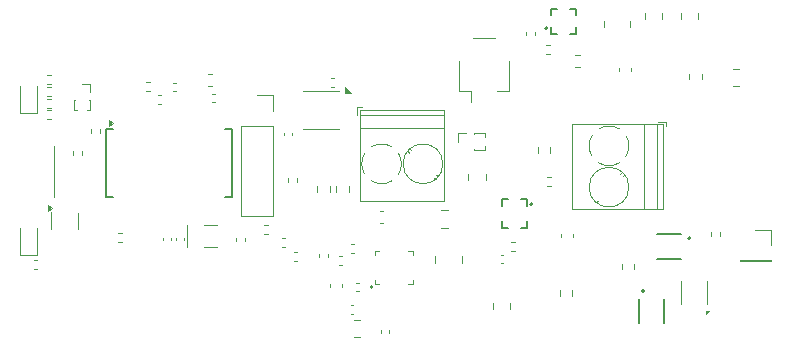
<source format=gbo>
%TF.GenerationSoftware,KiCad,Pcbnew,8.0.6*%
%TF.CreationDate,2024-11-01T15:47:02+09:00*%
%TF.ProjectId,powerups,706f7765-7275-4707-932e-6b696361645f,0.9.2*%
%TF.SameCoordinates,Original*%
%TF.FileFunction,Legend,Bot*%
%TF.FilePolarity,Positive*%
%FSLAX46Y46*%
G04 Gerber Fmt 4.6, Leading zero omitted, Abs format (unit mm)*
G04 Created by KiCad (PCBNEW 8.0.6) date 2024-11-01 15:47:02*
%MOMM*%
%LPD*%
G01*
G04 APERTURE LIST*
%ADD10C,0.120000*%
%ADD11C,0.127000*%
%ADD12C,0.200000*%
%ADD13C,0.150000*%
%ADD14C,0.100000*%
%ADD15C,0.179515*%
G04 APERTURE END LIST*
D10*
%TO.C,CONN5*%
X115050000Y-93570000D02*
X117710000Y-93570000D01*
X115050000Y-101250000D02*
X115050000Y-93570000D01*
X115050000Y-101250000D02*
X117710000Y-101250000D01*
X116380000Y-90970000D02*
X117710000Y-90970000D01*
X117710000Y-90970000D02*
X117710000Y-92300000D01*
X117710000Y-101250000D02*
X117710000Y-93570000D01*
%TO.C,U5*%
X152292500Y-106707500D02*
X152292500Y-108707500D01*
X154512500Y-106707500D02*
X154512500Y-108707500D01*
X154412500Y-109547500D02*
X154412500Y-109267500D01*
X154692500Y-109267500D01*
X154412500Y-109547500D01*
G36*
X154412500Y-109547500D02*
G01*
X154412500Y-109267500D01*
X154692500Y-109267500D01*
X154412500Y-109547500D01*
G37*
%TO.C,CONN1*%
X124890000Y-92000000D02*
X124890000Y-92640000D01*
X125130000Y-92240000D02*
X125130000Y-99960000D01*
X125290000Y-92000000D02*
X124890000Y-92000000D01*
X129166000Y-95731000D02*
X129295000Y-95859000D01*
X129371000Y-95526000D02*
X129465000Y-95619000D01*
X131416000Y-97981000D02*
X131510000Y-98075000D01*
X131586000Y-97741000D02*
X131715000Y-97869000D01*
X132250000Y-92240000D02*
X125130000Y-92240000D01*
X132250000Y-92240000D02*
X132250000Y-99960000D01*
X132250000Y-92700000D02*
X125130000Y-92700000D01*
X132250000Y-93800000D02*
X125130000Y-93800000D01*
X132250000Y-99960000D02*
X125130000Y-99960000D01*
X125500000Y-97666000D02*
G75*
G02*
X125514642Y-95910106I1439998J866000D01*
G01*
X126074000Y-95360000D02*
G75*
G02*
X126968674Y-95119901I866003J-1440014D01*
G01*
X126940000Y-95120000D02*
G75*
G02*
X127830264Y-95375279I3J-1679990D01*
G01*
X127806000Y-98240000D02*
G75*
G02*
X126050106Y-98225358I-866000J1439998D01*
G01*
X128365000Y-95909000D02*
G75*
G02*
X128365504Y-97690193I-1425003J-891000D01*
G01*
X132120000Y-96800000D02*
G75*
G02*
X128760000Y-96800000I-1680000J0D01*
G01*
X128760000Y-96800000D02*
G75*
G02*
X132120000Y-96800000I1680000J0D01*
G01*
%TO.C,R27*%
X97803641Y-104920000D02*
X97496359Y-104920000D01*
X97803641Y-105680000D02*
X97496359Y-105680000D01*
%TO.C,C13*%
X124608748Y-109995000D02*
X125131252Y-109995000D01*
X124608748Y-111465000D02*
X125131252Y-111465000D01*
%TO.C,R19*%
X106996359Y-89890000D02*
X107303641Y-89890000D01*
X106996359Y-90650000D02*
X107303641Y-90650000D01*
%TO.C,BTN1*%
X99165000Y-98780000D02*
X99165000Y-99580000D01*
X99165000Y-98780000D02*
X99205000Y-98780000D01*
X99205000Y-95280000D02*
X99205000Y-98780000D01*
D11*
%TO.C,U1*%
X137155000Y-100397500D02*
X137155000Y-99775000D01*
X137155000Y-101642500D02*
X137155000Y-102265000D01*
X137677500Y-99775000D02*
X137155000Y-99775000D01*
X137677500Y-102265000D02*
X137155000Y-102265000D01*
X138722500Y-99775000D02*
X139245000Y-99775000D01*
X138722500Y-102265000D02*
X139245000Y-102265000D01*
X139245000Y-100397500D02*
X139245000Y-99775000D01*
X139245000Y-101642500D02*
X139245000Y-102265000D01*
D12*
X139719000Y-100220000D02*
G75*
G02*
X139519000Y-100220000I-100000J0D01*
G01*
X139519000Y-100220000D02*
G75*
G02*
X139719000Y-100220000I100000J0D01*
G01*
D10*
%TO.C,C2*%
X134295000Y-97638748D02*
X134295000Y-98161252D01*
X135765000Y-97638748D02*
X135765000Y-98161252D01*
%TO.C,U7*%
X120325000Y-90620000D02*
X123325000Y-90620000D01*
X120325000Y-93840000D02*
X123325000Y-93840000D01*
X124355000Y-90760000D02*
X123875000Y-90760000D01*
X123875000Y-90280000D01*
X124355000Y-90760000D01*
G36*
X124355000Y-90760000D02*
G01*
X123875000Y-90760000D01*
X123875000Y-90280000D01*
X124355000Y-90760000D01*
G37*
%TO.C,C5*%
X109490000Y-103287836D02*
X109490000Y-103072164D01*
X110210000Y-103287836D02*
X110210000Y-103072164D01*
D11*
%TO.C,Q3*%
X148740000Y-110270000D02*
X148740000Y-108270000D01*
X150890000Y-110270000D02*
X150890000Y-108270000D01*
D12*
X149201803Y-107570000D02*
G75*
G02*
X148978197Y-107570000I-111803J0D01*
G01*
X148978197Y-107570000D02*
G75*
G02*
X149201803Y-107570000I111803J0D01*
G01*
D10*
%TO.C,R4*%
X142027500Y-107957258D02*
X142027500Y-107482742D01*
X143072500Y-107957258D02*
X143072500Y-107482742D01*
%TO.C,R30*%
X119030000Y-98036359D02*
X119030000Y-98343641D01*
X119790000Y-98036359D02*
X119790000Y-98343641D01*
%TO.C,C17*%
X122560000Y-106944420D02*
X122560000Y-107225580D01*
X123580000Y-106944420D02*
X123580000Y-107225580D01*
%TO.C,R6*%
X137916359Y-103380000D02*
X138223641Y-103380000D01*
X137916359Y-104140000D02*
X138223641Y-104140000D01*
%TO.C,CONN7*%
X143030000Y-100585000D02*
X143030000Y-93465000D01*
X145009000Y-99751000D02*
X144915000Y-99845000D01*
X145249000Y-99921000D02*
X145121000Y-100050000D01*
X147259000Y-97501000D02*
X147131000Y-97630000D01*
X147464000Y-97706000D02*
X147371000Y-97800000D01*
X149190000Y-100585000D02*
X149190000Y-93465000D01*
X150290000Y-100585000D02*
X150290000Y-93465000D01*
X150750000Y-93465000D02*
X143030000Y-93465000D01*
X150750000Y-100585000D02*
X143030000Y-100585000D01*
X150750000Y-100585000D02*
X150750000Y-93465000D01*
X150990000Y-93225000D02*
X150350000Y-93225000D01*
X150990000Y-93625000D02*
X150990000Y-93225000D01*
X144750000Y-96141000D02*
G75*
G02*
X144764642Y-94385106I1439998J866000D01*
G01*
X145324000Y-93835000D02*
G75*
G02*
X147079894Y-93849642I866000J-1439998D01*
G01*
X147081000Y-96700000D02*
G75*
G02*
X145299807Y-96700504I-891000J1425003D01*
G01*
X147630000Y-94409000D02*
G75*
G02*
X147870099Y-95303674I-1440014J-866003D01*
G01*
X147870000Y-95275000D02*
G75*
G02*
X147614721Y-96165264I-1679990J-3D01*
G01*
X147870000Y-98775000D02*
G75*
G02*
X144510000Y-98775000I-1680000J0D01*
G01*
X144510000Y-98775000D02*
G75*
G02*
X147870000Y-98775000I1680000J0D01*
G01*
%TO.C,CONN2*%
X100885000Y-91405000D02*
X100971724Y-91405000D01*
X100885000Y-92280000D02*
X100885000Y-91405000D01*
X100885000Y-92280000D02*
X101185507Y-92280000D01*
X101580000Y-90035000D02*
X102275000Y-90035000D01*
X101974493Y-92280000D02*
X102275000Y-92280000D01*
X102188276Y-91405000D02*
X102275000Y-91405000D01*
X102275000Y-90035000D02*
X102275000Y-90720000D01*
X102275000Y-92280000D02*
X102275000Y-91405000D01*
%TO.C,C11*%
X142150000Y-102704420D02*
X142150000Y-102985580D01*
X143170000Y-102704420D02*
X143170000Y-102985580D01*
%TO.C,C21*%
X112545580Y-89170000D02*
X112264420Y-89170000D01*
X112545580Y-90190000D02*
X112264420Y-90190000D01*
%TO.C,R15*%
X139170000Y-85596359D02*
X139170000Y-85903641D01*
X139930000Y-85596359D02*
X139930000Y-85903641D01*
%TO.C,C14*%
X124322164Y-108770000D02*
X124537836Y-108770000D01*
X124322164Y-109490000D02*
X124537836Y-109490000D01*
%TO.C,Q1*%
X98950000Y-102320000D02*
X98950000Y-100910000D01*
X101270000Y-102320000D02*
X101270000Y-100920000D01*
X99000000Y-100540000D02*
X98670000Y-100780000D01*
X98670000Y-100300000D01*
X99000000Y-100540000D01*
G36*
X99000000Y-100540000D02*
G01*
X98670000Y-100780000D01*
X98670000Y-100300000D01*
X99000000Y-100540000D01*
G37*
%TO.C,R26*%
X104953641Y-102680000D02*
X104646359Y-102680000D01*
X104953641Y-103440000D02*
X104646359Y-103440000D01*
%TO.C,LED2*%
X96315000Y-102262500D02*
X96315000Y-104547500D01*
X96315000Y-104547500D02*
X97785000Y-104547500D01*
X97785000Y-104547500D02*
X97785000Y-102262500D01*
%TO.C,LED1*%
X96285000Y-90190000D02*
X96285000Y-92475000D01*
X96285000Y-92475000D02*
X97755000Y-92475000D01*
X97755000Y-92475000D02*
X97755000Y-90190000D01*
%TO.C,R14*%
X141163641Y-86760000D02*
X140856359Y-86760000D01*
X141163641Y-87520000D02*
X140856359Y-87520000D01*
%TO.C,R11*%
X123613641Y-104640000D02*
X123306359Y-104640000D01*
X123613641Y-105400000D02*
X123306359Y-105400000D01*
%TO.C,C19*%
X122682164Y-89570000D02*
X122897836Y-89570000D01*
X122682164Y-90290000D02*
X122897836Y-90290000D01*
D13*
%TO.C,U4*%
X103600000Y-99575000D02*
X103600000Y-93825000D01*
X104175000Y-93825000D02*
X103600000Y-93825000D01*
X104175000Y-99575000D02*
X103600000Y-99575000D01*
X114250000Y-93825000D02*
X113675000Y-93825000D01*
X114250000Y-99575000D02*
X113675000Y-99575000D01*
X114250000Y-99575000D02*
X114250000Y-93825000D01*
D10*
X104175000Y-93325000D02*
X103845000Y-93565000D01*
X103845000Y-93085000D01*
X104175000Y-93325000D01*
G36*
X104175000Y-93325000D02*
G01*
X103845000Y-93565000D01*
X103845000Y-93085000D01*
X104175000Y-93325000D01*
G37*
%TO.C,R28*%
X124633641Y-103600000D02*
X124326359Y-103600000D01*
X124633641Y-104360000D02*
X124326359Y-104360000D01*
%TO.C,R13*%
X143757258Y-87587500D02*
X143282742Y-87587500D01*
X143757258Y-88632500D02*
X143282742Y-88632500D01*
%TO.C,R5*%
X140177500Y-95847258D02*
X140177500Y-95372742D01*
X141222500Y-95847258D02*
X141222500Y-95372742D01*
%TO.C,R12*%
X123097500Y-98687742D02*
X123097500Y-99162258D01*
X124142500Y-98687742D02*
X124142500Y-99162258D01*
%TO.C,R24*%
X147293750Y-105732258D02*
X147293750Y-105257742D01*
X148338750Y-105732258D02*
X148338750Y-105257742D01*
%TO.C,R7*%
X98626359Y-90280000D02*
X98933641Y-90280000D01*
X98626359Y-91040000D02*
X98933641Y-91040000D01*
%TO.C,C9*%
X137227836Y-104480000D02*
X137012164Y-104480000D01*
X137227836Y-105200000D02*
X137012164Y-105200000D01*
%TO.C,R25*%
X117313641Y-101990000D02*
X117006359Y-101990000D01*
X117313641Y-102750000D02*
X117006359Y-102750000D01*
%TO.C,Y1*%
X110480000Y-102020000D02*
X110480000Y-103820000D01*
X112980000Y-101970000D02*
X111880000Y-101970000D01*
X112980000Y-103870000D02*
X111880000Y-103870000D01*
%TO.C,TP1*%
X157260000Y-104970000D02*
X159920000Y-104970000D01*
X157260000Y-105030000D02*
X157260000Y-104970000D01*
X157260000Y-105030000D02*
X159920000Y-105030000D01*
X158590000Y-102370000D02*
X159920000Y-102370000D01*
X159920000Y-102370000D02*
X159920000Y-103700000D01*
X159920000Y-105030000D02*
X159920000Y-104970000D01*
%TO.C,C10*%
X109517836Y-89940000D02*
X109302164Y-89940000D01*
X109517836Y-90660000D02*
X109302164Y-90660000D01*
%TO.C,C6*%
X147030000Y-88955580D02*
X147030000Y-88674420D01*
X148050000Y-88955580D02*
X148050000Y-88674420D01*
D11*
%TO.C,U3*%
X141295000Y-83695000D02*
X141295000Y-84215000D01*
X141295000Y-85775000D02*
X141295000Y-85255000D01*
X141815000Y-83695000D02*
X141295000Y-83695000D01*
X141815000Y-85775000D02*
X141295000Y-85775000D01*
X142855000Y-83695000D02*
X143375000Y-83695000D01*
X142855000Y-85775000D02*
X143375000Y-85775000D01*
X143375000Y-83695000D02*
X143375000Y-84215000D01*
X143375000Y-85775000D02*
X143375000Y-85255000D01*
D12*
X140981000Y-85335000D02*
G75*
G02*
X140781000Y-85335000I-100000J0D01*
G01*
X140781000Y-85335000D02*
G75*
G02*
X140981000Y-85335000I100000J0D01*
G01*
D10*
%TO.C,C7*%
X149215000Y-84048748D02*
X149215000Y-84571252D01*
X150685000Y-84048748D02*
X150685000Y-84571252D01*
%TO.C,C15*%
X126809420Y-100800000D02*
X127090580Y-100800000D01*
X126809420Y-101820000D02*
X127090580Y-101820000D01*
%TO.C,C22*%
X112807836Y-90870000D02*
X112592164Y-90870000D01*
X112807836Y-91590000D02*
X112592164Y-91590000D01*
%TO.C,C1*%
X157191252Y-88765000D02*
X156668748Y-88765000D01*
X157191252Y-90235000D02*
X156668748Y-90235000D01*
%TO.C,C23*%
X108420000Y-103062164D02*
X108420000Y-103277836D01*
X109140000Y-103062164D02*
X109140000Y-103277836D01*
%TO.C,R18*%
X152993750Y-89642258D02*
X152993750Y-89167742D01*
X154038750Y-89642258D02*
X154038750Y-89167742D01*
%TO.C,CONN6*%
X133500000Y-90600000D02*
X133500000Y-88100000D01*
X134550000Y-90600000D02*
X133500000Y-90600000D01*
X134550000Y-91590000D02*
X134550000Y-90600000D01*
X136550000Y-86130000D02*
X134670000Y-86130000D01*
X136670000Y-90600000D02*
X137720000Y-90600000D01*
X137720000Y-90600000D02*
X137720000Y-88100000D01*
%TO.C,C3*%
X136365000Y-109131252D02*
X136365000Y-108608748D01*
X137835000Y-109131252D02*
X137835000Y-108608748D01*
D11*
%TO.C,Q2*%
X150290000Y-102740000D02*
X152290000Y-102740000D01*
X150290000Y-104890000D02*
X152290000Y-104890000D01*
D12*
X153101803Y-103090000D02*
G75*
G02*
X152878197Y-103090000I-111803J0D01*
G01*
X152878197Y-103090000D02*
G75*
G02*
X153101803Y-103090000I111803J0D01*
G01*
D10*
%TO.C,C16*%
X124997836Y-106880000D02*
X124782164Y-106880000D01*
X124997836Y-107600000D02*
X124782164Y-107600000D01*
%TO.C,C20*%
X118640000Y-94377836D02*
X118640000Y-94162164D01*
X119360000Y-94377836D02*
X119360000Y-94162164D01*
%TO.C,R23*%
X154830000Y-102873641D02*
X154830000Y-102566359D01*
X155590000Y-102873641D02*
X155590000Y-102566359D01*
%TO.C,R21*%
X107966359Y-90980000D02*
X108273641Y-90980000D01*
X107966359Y-91740000D02*
X108273641Y-91740000D01*
%TO.C,R29*%
X121610000Y-104416359D02*
X121610000Y-104723641D01*
X122370000Y-104416359D02*
X122370000Y-104723641D01*
%TO.C,C12*%
X126850000Y-111097836D02*
X126850000Y-110882164D01*
X127570000Y-111097836D02*
X127570000Y-110882164D01*
%TO.C,L2*%
X131490000Y-104633748D02*
X131490000Y-105156252D01*
X133710000Y-104633748D02*
X133710000Y-105156252D01*
%TO.C,R10*%
X98626359Y-92280000D02*
X98933641Y-92280000D01*
X98626359Y-93040000D02*
X98933641Y-93040000D01*
%TO.C,R22*%
X118486359Y-103050000D02*
X118793641Y-103050000D01*
X118486359Y-103810000D02*
X118793641Y-103810000D01*
%TO.C,C18*%
X132521252Y-100725000D02*
X131998748Y-100725000D01*
X132521252Y-102195000D02*
X131998748Y-102195000D01*
%TO.C,C8*%
X152275000Y-84048748D02*
X152275000Y-84571252D01*
X153745000Y-84048748D02*
X153745000Y-84571252D01*
%TO.C,R17*%
X121497500Y-98682742D02*
X121497500Y-99157258D01*
X122542500Y-98682742D02*
X122542500Y-99157258D01*
%TO.C,CONN8*%
X133425000Y-94225000D02*
X134110000Y-94225000D01*
X133425000Y-94920000D02*
X133425000Y-94225000D01*
X134795000Y-94311724D02*
X134795000Y-94225000D01*
X134795000Y-95615000D02*
X134795000Y-95528276D01*
X135670000Y-94225000D02*
X134795000Y-94225000D01*
X135670000Y-94525507D02*
X135670000Y-94225000D01*
X135670000Y-95615000D02*
X134795000Y-95615000D01*
X135670000Y-95615000D02*
X135670000Y-95314493D01*
%TO.C,R1*%
X141283641Y-97900000D02*
X140976359Y-97900000D01*
X141283641Y-98660000D02*
X140976359Y-98660000D01*
%TO.C,C4*%
X114640000Y-103102164D02*
X114640000Y-103317836D01*
X115360000Y-103102164D02*
X115360000Y-103317836D01*
%TO.C,R20*%
X119793641Y-104260000D02*
X119486359Y-104260000D01*
X119793641Y-105020000D02*
X119486359Y-105020000D01*
%TO.C,R8*%
X98626359Y-91300000D02*
X98933641Y-91300000D01*
X98626359Y-92060000D02*
X98933641Y-92060000D01*
%TO.C,R2*%
X102370000Y-94163641D02*
X102370000Y-93856359D01*
X103130000Y-94163641D02*
X103130000Y-93856359D01*
D14*
%TO.C,U6*%
X126359400Y-104477800D02*
X126359400Y-104198400D01*
X126359400Y-106662200D02*
X126359400Y-106928900D01*
X126715000Y-104198400D02*
X126359400Y-104198400D01*
X126715000Y-106941600D02*
X126359400Y-106941600D01*
X129204200Y-104198400D02*
X129610600Y-104198400D01*
X129204200Y-106941600D02*
X129610600Y-106941600D01*
X129610600Y-104477800D02*
X129610600Y-104198400D01*
X129610600Y-106662200D02*
X129610600Y-106941600D01*
D15*
X126169757Y-107221000D02*
G75*
G02*
X125990243Y-107221000I-89757J0D01*
G01*
X125990243Y-107221000D02*
G75*
G02*
X126169757Y-107221000I89757J0D01*
G01*
D10*
%TO.C,L1*%
X145790000Y-84713748D02*
X145790000Y-85236252D01*
X148010000Y-84713748D02*
X148010000Y-85236252D01*
%TO.C,R9*%
X98626359Y-89270000D02*
X98933641Y-89270000D01*
X98626359Y-90030000D02*
X98933641Y-90030000D01*
%TO.C,R3*%
X100820000Y-95736359D02*
X100820000Y-96043641D01*
X101580000Y-95736359D02*
X101580000Y-96043641D01*
%TD*%
M02*

</source>
